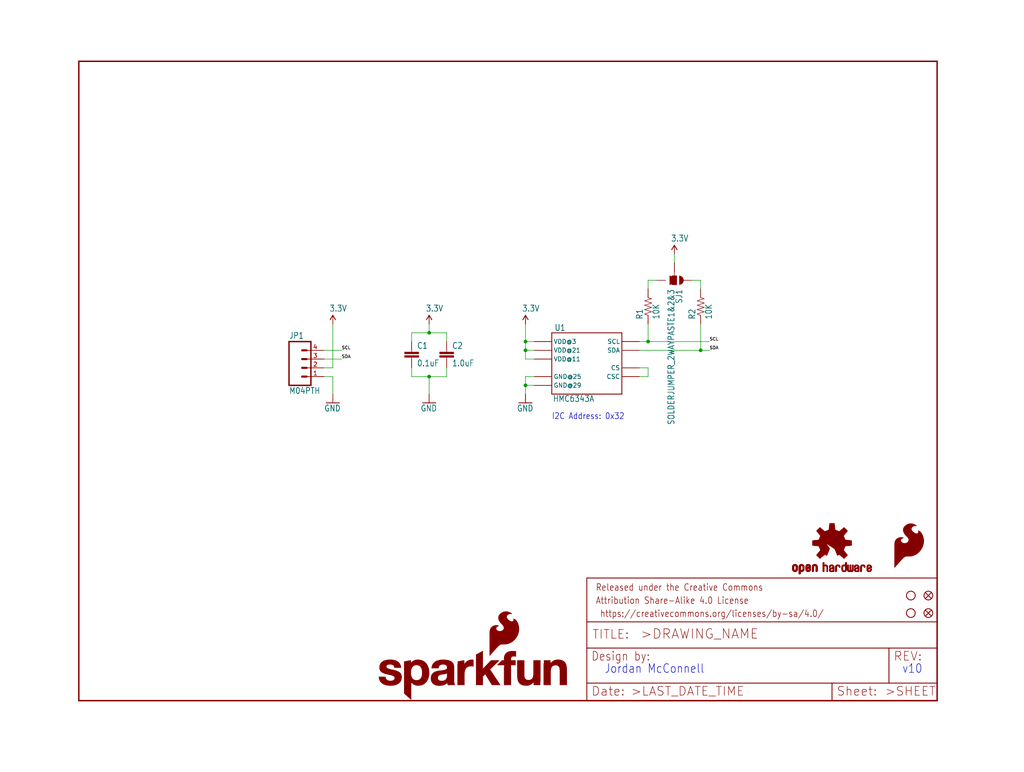
<source format=kicad_sch>
(kicad_sch (version 20211123) (generator eeschema)
  (paper "User" 297.002 223.926)
  (lib_symbols
    (symbol "eagleSchem-eagle-import:0.1UF-25V(+80{slash}-20%)(0603)"
      (property "Reference" "C" (at 1.524 2.921 0))
      (property "Value" "0.1UF-25V(+80{slash}-20%)(0603)" (at 1.524 -2.159 0))
      (symbol "0.1UF-25V(+80{slash}-20%)(0603)_1_0"
        (pin passive line (at 0 5.08 270) (length 2.54) (name "1") (number "1"))
        (pin passive line (at 0 -2.54 90) (length 2.54) (name "2") (number "2"))
      )
    )
    (symbol "eagleSchem-eagle-import:1.0UF-16V-10%(0603)"
      (property "Reference" "C" (at 1.524 2.921 0))
      (property "Value" "1.0UF-16V-10%(0603)" (at 1.524 -2.159 0))
      (symbol "1.0UF-16V-10%(0603)_1_0"
        (pin passive line (at 0 5.08 270) (length 2.54) (name "1") (number "1"))
        (pin passive line (at 0 -2.54 90) (length 2.54) (name "2") (number "2"))
      )
    )
    (symbol "eagleSchem-eagle-import:10KOHM1{slash}10W1%(0603)0603"
      (property "Reference" "R" (at -3.81 1.4986 0))
      (property "Value" "10KOHM1{slash}10W1%(0603)0603" (at -3.81 -3.302 0))
      (symbol "10KOHM1{slash}10W1%(0603)0603_1_0"
        (pin passive line (at -5.08 0 0) (length 2.54) (name "1") (number "1"))
        (pin passive line (at 5.08 0 180) (length 2.54) (name "2") (number "2"))
      )
    )
    (symbol "eagleSchem-eagle-import:3.3V" (power)
      (property "Value" "3.3V" (at -1.016 3.556 0))
      (symbol "3.3V_1_0"
        (pin power_in line (at 0 0 90) (length 2.54) (name "3.3V") (number "1"))
      )
    )
    (symbol "eagleSchem-eagle-import:FIDUCIAL1X2")
    (symbol "eagleSchem-eagle-import:FRAME-LETTER"
      (symbol "FRAME-LETTER_2_0"
        (text " https://creativecommons.org/licenses/by-sa/4.0/" (at 2.54 24.13 0) (effects (font (size 1.9304 1.6408)) (justify left bottom)))
        (text ">DRAWING_NAME" (at 15.494 17.78 0) (effects (font (size 2.7432 2.7432)) (justify left bottom)))
        (text ">LAST_DATE_TIME" (at 12.7 1.27 0) (effects (font (size 2.54 2.54)) (justify left bottom)))
        (text ">SHEET" (at 86.36 1.27 0) (effects (font (size 2.54 2.54)) (justify left bottom)))
        (text "Attribution Share-Alike 4.0 License" (at 2.54 27.94 0) (effects (font (size 1.9304 1.6408)) (justify left bottom)))
        (text "Date:" (at 1.27 1.27 0) (effects (font (size 2.54 2.54)) (justify left bottom)))
        (text "Design by:" (at 1.27 11.43 0) (effects (font (size 2.54 2.159)) (justify left bottom)))
        (text "Released under the Creative Commons" (at 2.54 31.75 0) (effects (font (size 1.9304 1.6408)) (justify left bottom)))
        (text "REV:" (at 88.9 11.43 0) (effects (font (size 2.54 2.54)) (justify left bottom)))
        (text "Sheet:" (at 72.39 1.27 0) (effects (font (size 2.54 2.54)) (justify left bottom)))
        (text "TITLE:" (at 1.524 17.78 0) (effects (font (size 2.54 2.54)) (justify left bottom)))
      )
    )
    (symbol "eagleSchem-eagle-import:GND" (power)
      (property "Value" "GND" (at -2.54 -2.54 0))
      (symbol "GND_1_0"
        (pin power_in line (at 0 2.54 270) (length 2.54) (name "GND") (number "1"))
      )
    )
    (symbol "eagleSchem-eagle-import:HMC6343A"
      (property "Value" "HMC6343A" (at -9.906 -12.446 0))
      (symbol "HMC6343A_1_0"
        (pin bidirectional line (at -15.24 0 0) (length 5.08) (name "VDD@11") (number "11"))
        (pin bidirectional line (at -15.24 2.54 0) (length 5.08) (name "VDD@21") (number "21"))
        (pin bidirectional line (at 15.24 -2.54 180) (length 5.08) (name "CS") (number "22"))
        (pin bidirectional line (at -15.24 -5.08 0) (length 5.08) (name "GND@25") (number "25"))
        (pin bidirectional line (at -15.24 -7.62 0) (length 5.08) (name "GND@29") (number "29"))
        (pin bidirectional line (at -15.24 5.08 0) (length 5.08) (name "VDD@3") (number "3"))
        (pin bidirectional line (at 15.24 5.08 180) (length 5.08) (name "SCL") (number "32"))
        (pin bidirectional line (at 15.24 -5.08 180) (length 5.08) (name "CSC") (number "35"))
        (pin bidirectional line (at 15.24 2.54 180) (length 5.08) (name "SDA") (number "36"))
      )
    )
    (symbol "eagleSchem-eagle-import:M04PTH"
      (property "Reference" "JP" (at -5.08 8.382 0))
      (property "Value" "M04PTH" (at -5.08 -7.62 0))
      (symbol "M04PTH_1_0"
        (pin passive line (at 5.08 -2.54 180) (length 5.08) (name "1") (number "1"))
        (pin passive line (at 5.08 0 180) (length 5.08) (name "2") (number "2"))
        (pin passive line (at 5.08 2.54 180) (length 5.08) (name "3") (number "3"))
        (pin passive line (at 5.08 5.08 180) (length 5.08) (name "4") (number "4"))
      )
    )
    (symbol "eagleSchem-eagle-import:OSHW-LOGOS")
    (symbol "eagleSchem-eagle-import:SFE_LOGO_FLAME.1_INCH")
    (symbol "eagleSchem-eagle-import:SFE_LOGO_NAME_FLAME.1_INCH")
    (symbol "eagleSchem-eagle-import:SOLDERJUMPER_2WAYPASTE1&2&3"
      (property "Reference" "SJ" (at 2.54 0.381 0))
      (property "Value" "SOLDERJUMPER_2WAYPASTE1&2&3" (at 2.54 -1.905 0))
      (symbol "SOLDERJUMPER_2WAYPASTE1&2&3_1_0"
        (pin passive line (at 0 5.08 270) (length 2.54) (name "1") (number "1"))
        (pin passive line (at -5.08 0 0) (length 2.54) (name "2") (number "2"))
        (pin passive line (at 0 -5.08 90) (length 2.54) (name "3") (number "3"))
      )
    )
    (symbol "eagleSchem-eagle-import:STAND-OFF")
  )
  (junction (at 203.2 101.6))
  (junction (at 187.96 99.06))
  (junction (at 124.46 96.52))
  (junction (at 152.4 99.06))
  (junction (at 124.46 109.22))
  (junction (at 152.4 111.76))
  (junction (at 152.4 101.6))
  (wire (pts (xy 187.96 99.06) (xy 205.74 99.06)))
  (wire (pts (xy 96.52 106.68) (xy 96.52 93.98)))
  (wire (pts (xy 129.54 109.22) (xy 124.46 109.22)))
  (wire (pts (xy 195.58 76.2) (xy 195.58 73.66)))
  (wire (pts (xy 152.4 109.22) (xy 154.94 109.22)))
  (wire (pts (xy 185.42 106.68) (xy 187.96 106.68)))
  (wire (pts (xy 185.42 99.06) (xy 187.96 99.06)))
  (wire (pts (xy 93.98 101.6) (xy 99.06 101.6)))
  (wire (pts (xy 152.4 93.98) (xy 152.4 99.06)))
  (wire (pts (xy 152.4 104.14) (xy 152.4 101.6)))
  (wire (pts (xy 203.2 101.6) (xy 205.74 101.6)))
  (wire (pts (xy 96.52 109.22) (xy 96.52 114.3)))
  (wire (pts (xy 203.2 101.6) (xy 203.2 93.98)))
  (wire (pts (xy 187.96 109.22) (xy 185.42 109.22)))
  (wire (pts (xy 93.98 109.22) (xy 96.52 109.22)))
  (wire (pts (xy 187.96 81.28) (xy 190.5 81.28)))
  (wire (pts (xy 152.4 101.6) (xy 154.94 101.6)))
  (wire (pts (xy 152.4 111.76) (xy 154.94 111.76)))
  (wire (pts (xy 203.2 81.28) (xy 200.66 81.28)))
  (wire (pts (xy 152.4 111.76) (xy 152.4 109.22)))
  (wire (pts (xy 93.98 106.68) (xy 96.52 106.68)))
  (wire (pts (xy 152.4 114.3) (xy 152.4 111.76)))
  (wire (pts (xy 152.4 99.06) (xy 154.94 99.06)))
  (wire (pts (xy 187.96 83.82) (xy 187.96 81.28)))
  (wire (pts (xy 119.38 109.22) (xy 124.46 109.22)))
  (wire (pts (xy 124.46 109.22) (xy 124.46 114.3)))
  (wire (pts (xy 119.38 99.06) (xy 119.38 96.52)))
  (wire (pts (xy 152.4 99.06) (xy 152.4 101.6)))
  (wire (pts (xy 187.96 99.06) (xy 187.96 93.98)))
  (wire (pts (xy 129.54 99.06) (xy 129.54 96.52)))
  (wire (pts (xy 129.54 106.68) (xy 129.54 109.22)))
  (wire (pts (xy 119.38 96.52) (xy 124.46 96.52)))
  (wire (pts (xy 93.98 104.14) (xy 99.06 104.14)))
  (wire (pts (xy 119.38 106.68) (xy 119.38 109.22)))
  (wire (pts (xy 124.46 96.52) (xy 124.46 93.98)))
  (wire (pts (xy 187.96 106.68) (xy 187.96 109.22)))
  (wire (pts (xy 154.94 104.14) (xy 152.4 104.14)))
  (wire (pts (xy 129.54 96.52) (xy 124.46 96.52)))
  (wire (pts (xy 185.42 101.6) (xy 203.2 101.6)))
  (wire (pts (xy 203.2 83.82) (xy 203.2 81.28)))
  (text "I2C Address: 0x32" (at 160.02 121.92 180) (effects (font (size 1.778 1.5113)) (justify left bottom)))
  (text "v10" (at 261.62 195.58 180) (effects (font (size 2.54 2.159)) (justify left bottom)))
  (text "Jordan McConnell" (at 175.26 195.58 180) (effects (font (size 2.54 2.159)) (justify left bottom)))
  (label "SCL" (at 99.06 101.6 0) (effects (font (size 0.889 0.889))))
  (label "SDA" (at 205.74 101.6 0) (effects (font (size 0.889 0.889))))
  (label "SCL" (at 205.74 99.06 0) (effects (font (size 0.889 0.889))))
  (label "SDA" (at 99.06 104.14 0) (effects (font (size 0.889 0.889))))
  (symbol (lib_id "eagleSchem-eagle-import:STAND-OFF") (at 264.16 177.8 0) (unit 1)
    (property "Reference" "STANDOFF1" (effects hide))
    (property "Value" "STAND-OFF" (effects hide))
    (property "Footprint" "eagleSchem:STAND-OFF" (effects hide))
  )
  (symbol (lib_id "eagleSchem-eagle-import:SOLDERJUMPER_2WAYPASTE1&2&3") (at 195.58 81.28 270) (unit 1)
    (property "Reference" "SJ1" (at 195.961 83.82 0) (effects (font (size 1.778 1.5113)) (justify left bottom)))
    (property "Value" "SOLDERJUMPER_2WAYPASTE1&2&3" (at 193.675 83.82 0) (effects (font (size 1.778 1.5113)) (justify left bottom)))
    (property "Footprint" "eagleSchem:SJ_3_PASTE1&2&3" (effects hide))
  )
  (symbol (lib_id "eagleSchem-eagle-import:STAND-OFF") (at 264.16 172.72 0) (unit 1)
    (property "Reference" "STANDOFF2" (effects hide))
    (property "Value" "STAND-OFF" (effects hide))
    (property "Footprint" "eagleSchem:STAND-OFF" (effects hide))
  )
  (symbol (lib_id "eagleSchem-eagle-import:GND") (at 152.4 116.84 0) (unit 1)
    (property "Reference" "#GND1" (effects hide))
    (property "Value" "GND" (at 149.86 119.38 0) (effects (font (size 1.778 1.5113)) (justify left bottom)))
    (property "Footprint" "eagleSchem:" (effects hide))
  )
  (symbol (lib_id "eagleSchem-eagle-import:HMC6343A") (at 170.18 104.14 0) (unit 1)
    (property "Reference" "U1" (at 160.782 96.012 0) (effects (font (size 1.778 1.5113)) (justify left bottom)))
    (property "Value" "HMC6343A" (at 160.274 116.586 0) (effects (font (size 1.778 1.5113)) (justify left bottom)))
    (property "Footprint" "eagleSchem:LCC36" (effects hide))
  )
  (symbol (lib_id "eagleSchem-eagle-import:FRAME-LETTER") (at 22.86 203.2 0) (unit 1)
    (property "Reference" "FRAME1" (effects hide))
    (property "Value" "FRAME-LETTER" (effects hide))
    (property "Footprint" "eagleSchem:CREATIVE_COMMONS" (effects hide))
  )
  (symbol (lib_id "eagleSchem-eagle-import:3.3V") (at 152.4 93.98 0) (unit 1)
    (property "Reference" "#SUPPLY1" (effects hide))
    (property "Value" "3.3V" (at 151.384 90.424 0) (effects (font (size 1.778 1.5113)) (justify left bottom)))
    (property "Footprint" "eagleSchem:" (effects hide))
  )
  (symbol (lib_id "eagleSchem-eagle-import:SFE_LOGO_FLAME.1_INCH") (at 259.08 165.1 0) (unit 1)
    (property "Reference" "LOGO1" (effects hide))
    (property "Value" "SFE_LOGO_FLAME.1_INCH" (effects hide))
    (property "Footprint" "eagleSchem:SFE_LOGO_FLAME_.1" (effects hide))
  )
  (symbol (lib_id "eagleSchem-eagle-import:GND") (at 96.52 116.84 0) (unit 1)
    (property "Reference" "#GND3" (effects hide))
    (property "Value" "GND" (at 93.98 119.38 0) (effects (font (size 1.778 1.5113)) (justify left bottom)))
    (property "Footprint" "eagleSchem:" (effects hide))
  )
  (symbol (lib_id "eagleSchem-eagle-import:OSHW-LOGOS") (at 241.3 157.48 0) (unit 1)
    (property "Reference" "LOGO3" (effects hide))
    (property "Value" "OSHW-LOGOS" (effects hide))
    (property "Footprint" "eagleSchem:OSHW-LOGO-S" (effects hide))
  )
  (symbol (lib_id "eagleSchem-eagle-import:0.1UF-25V(+80{slash}-20%)(0603)") (at 119.38 104.14 0) (unit 1)
    (property "Reference" "C1" (at 120.904 101.219 0) (effects (font (size 1.778 1.5113)) (justify left bottom)))
    (property "Value" "0.1uF" (at 120.904 106.299 0) (effects (font (size 1.778 1.5113)) (justify left bottom)))
    (property "Footprint" "eagleSchem:0603-CAP" (effects hide))
  )
  (symbol (lib_id "eagleSchem-eagle-import:FIDUCIAL1X2") (at 269.24 177.8 0) (unit 1)
    (property "Reference" "FID1" (effects hide))
    (property "Value" "FIDUCIAL1X2" (effects hide))
    (property "Footprint" "eagleSchem:FIDUCIAL-1X2" (effects hide))
  )
  (symbol (lib_id "eagleSchem-eagle-import:1.0UF-16V-10%(0603)") (at 129.54 104.14 0) (unit 1)
    (property "Reference" "C2" (at 131.064 101.219 0) (effects (font (size 1.778 1.5113)) (justify left bottom)))
    (property "Value" "1.0uF" (at 131.064 106.299 0) (effects (font (size 1.778 1.5113)) (justify left bottom)))
    (property "Footprint" "eagleSchem:0603-CAP" (effects hide))
  )
  (symbol (lib_id "eagleSchem-eagle-import:SFE_LOGO_NAME_FLAME.1_INCH") (at 109.22 203.2 0) (unit 1)
    (property "Reference" "LOGO2" (effects hide))
    (property "Value" "SFE_LOGO_NAME_FLAME.1_INCH" (effects hide))
    (property "Footprint" "eagleSchem:SFE_LOGO_NAME_FLAME_.1" (effects hide))
  )
  (symbol (lib_id "eagleSchem-eagle-import:3.3V") (at 124.46 93.98 0) (unit 1)
    (property "Reference" "#SUPPLY3" (effects hide))
    (property "Value" "3.3V" (at 123.444 90.424 0) (effects (font (size 1.778 1.5113)) (justify left bottom)))
    (property "Footprint" "eagleSchem:" (effects hide))
  )
  (symbol (lib_id "eagleSchem-eagle-import:M04PTH") (at 88.9 106.68 0) (unit 1)
    (property "Reference" "JP1" (at 83.82 98.298 0) (effects (font (size 1.778 1.5113)) (justify left bottom)))
    (property "Value" "M04PTH" (at 83.82 114.3 0) (effects (font (size 1.778 1.5113)) (justify left bottom)))
    (property "Footprint" "eagleSchem:1X04" (effects hide))
  )
  (symbol (lib_id "eagleSchem-eagle-import:GND") (at 124.46 116.84 0) (unit 1)
    (property "Reference" "#GND2" (effects hide))
    (property "Value" "GND" (at 121.92 119.38 0) (effects (font (size 1.778 1.5113)) (justify left bottom)))
    (property "Footprint" "eagleSchem:" (effects hide))
  )
  (symbol (lib_id "eagleSchem-eagle-import:3.3V") (at 195.58 73.66 0) (unit 1)
    (property "Reference" "#SUPPLY2" (effects hide))
    (property "Value" "3.3V" (at 194.564 70.104 0) (effects (font (size 1.778 1.5113)) (justify left bottom)))
    (property "Footprint" "eagleSchem:" (effects hide))
  )
  (symbol (lib_id "eagleSchem-eagle-import:10KOHM1{slash}10W1%(0603)0603") (at 187.96 88.9 90) (unit 1)
    (property "Reference" "R1" (at 186.4614 92.71 0) (effects (font (size 1.778 1.5113)) (justify left bottom)))
    (property "Value" "10K" (at 191.262 92.71 0) (effects (font (size 1.778 1.5113)) (justify left bottom)))
    (property "Footprint" "eagleSchem:0603-RES" (effects hide))
  )
  (symbol (lib_id "eagleSchem-eagle-import:3.3V") (at 96.52 93.98 0) (unit 1)
    (property "Reference" "#SUPPLY4" (effects hide))
    (property "Value" "3.3V" (at 95.504 90.424 0) (effects (font (size 1.778 1.5113)) (justify left bottom)))
    (property "Footprint" "eagleSchem:" (effects hide))
  )
  (symbol (lib_id "eagleSchem-eagle-import:FRAME-LETTER") (at 170.18 203.2 0) (unit 2)
    (property "Reference" "FRAME1" (effects hide))
    (property "Value" "FRAME-LETTER" (effects hide))
    (property "Footprint" "eagleSchem:CREATIVE_COMMONS" (effects hide))
  )
  (symbol (lib_id "eagleSchem-eagle-import:FIDUCIAL1X2") (at 269.24 172.72 0) (unit 1)
    (property "Reference" "FID2" (effects hide))
    (property "Value" "FIDUCIAL1X2" (effects hide))
    (property "Footprint" "eagleSchem:FIDUCIAL-1X2" (effects hide))
  )
  (symbol (lib_id "eagleSchem-eagle-import:10KOHM1{slash}10W1%(0603)0603") (at 203.2 88.9 90) (unit 1)
    (property "Reference" "R2" (at 201.7014 92.71 0) (effects (font (size 1.778 1.5113)) (justify left bottom)))
    (property "Value" "10K" (at 206.502 92.71 0) (effects (font (size 1.778 1.5113)) (justify left bottom)))
    (property "Footprint" "eagleSchem:0603-RES" (effects hide))
  )
)
</source>
